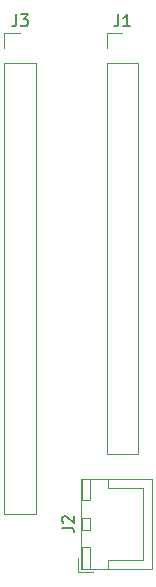
<source format=gto>
G04 #@! TF.GenerationSoftware,KiCad,Pcbnew,(5.1.0)-1*
G04 #@! TF.CreationDate,2019-05-10T19:25:27+02:00*
G04 #@! TF.ProjectId,1602adapter,31363032-6164-4617-9074-65722e6b6963,rev?*
G04 #@! TF.SameCoordinates,Original*
G04 #@! TF.FileFunction,Legend,Top*
G04 #@! TF.FilePolarity,Positive*
%FSLAX46Y46*%
G04 Gerber Fmt 4.6, Leading zero omitted, Abs format (unit mm)*
G04 Created by KiCad (PCBNEW (5.1.0)-1) date 2019-05-10 19:25:27*
%MOMM*%
%LPD*%
G04 APERTURE LIST*
%ADD10C,0.120000*%
%ADD11C,0.150000*%
G04 APERTURE END LIST*
D10*
X129020000Y-72670000D02*
X130350000Y-72670000D01*
X129020000Y-74000000D02*
X129020000Y-72670000D01*
X129020000Y-75270000D02*
X131680000Y-75270000D01*
X131680000Y-75270000D02*
X131680000Y-113430000D01*
X129020000Y-75270000D02*
X129020000Y-113430000D01*
X129020000Y-113430000D02*
X131680000Y-113430000D01*
X135250000Y-118350000D02*
X136500000Y-118350000D01*
X135250000Y-117100000D02*
X135250000Y-118350000D01*
X140750000Y-111200000D02*
X140750000Y-114250000D01*
X137800000Y-111200000D02*
X140750000Y-111200000D01*
X137800000Y-110450000D02*
X137800000Y-111200000D01*
X140750000Y-117300000D02*
X140750000Y-114250000D01*
X137800000Y-117300000D02*
X140750000Y-117300000D01*
X137800000Y-118050000D02*
X137800000Y-117300000D01*
X135550000Y-110450000D02*
X135550000Y-112250000D01*
X136300000Y-110450000D02*
X135550000Y-110450000D01*
X136300000Y-112250000D02*
X136300000Y-110450000D01*
X135550000Y-112250000D02*
X136300000Y-112250000D01*
X135550000Y-116250000D02*
X135550000Y-118050000D01*
X136300000Y-116250000D02*
X135550000Y-116250000D01*
X136300000Y-118050000D02*
X136300000Y-116250000D01*
X135550000Y-118050000D02*
X136300000Y-118050000D01*
X135550000Y-113750000D02*
X135550000Y-114750000D01*
X136300000Y-113750000D02*
X135550000Y-113750000D01*
X136300000Y-114750000D02*
X136300000Y-113750000D01*
X135550000Y-114750000D02*
X136300000Y-114750000D01*
X135540000Y-110440000D02*
X135540000Y-118060000D01*
X141510000Y-110440000D02*
X135540000Y-110440000D01*
X141510000Y-118060000D02*
X141510000Y-110440000D01*
X135540000Y-118060000D02*
X141510000Y-118060000D01*
X137670000Y-72670000D02*
X139000000Y-72670000D01*
X137670000Y-74000000D02*
X137670000Y-72670000D01*
X137670000Y-75270000D02*
X140330000Y-75270000D01*
X140330000Y-75270000D02*
X140330000Y-108350000D01*
X137670000Y-75270000D02*
X137670000Y-108350000D01*
X137670000Y-108350000D02*
X140330000Y-108350000D01*
D11*
X130016666Y-71122380D02*
X130016666Y-71836666D01*
X129969047Y-71979523D01*
X129873809Y-72074761D01*
X129730952Y-72122380D01*
X129635714Y-72122380D01*
X130397619Y-71122380D02*
X131016666Y-71122380D01*
X130683333Y-71503333D01*
X130826190Y-71503333D01*
X130921428Y-71550952D01*
X130969047Y-71598571D01*
X131016666Y-71693809D01*
X131016666Y-71931904D01*
X130969047Y-72027142D01*
X130921428Y-72074761D01*
X130826190Y-72122380D01*
X130540476Y-72122380D01*
X130445238Y-72074761D01*
X130397619Y-72027142D01*
X133902380Y-114583333D02*
X134616666Y-114583333D01*
X134759523Y-114630952D01*
X134854761Y-114726190D01*
X134902380Y-114869047D01*
X134902380Y-114964285D01*
X133997619Y-114154761D02*
X133950000Y-114107142D01*
X133902380Y-114011904D01*
X133902380Y-113773809D01*
X133950000Y-113678571D01*
X133997619Y-113630952D01*
X134092857Y-113583333D01*
X134188095Y-113583333D01*
X134330952Y-113630952D01*
X134902380Y-114202380D01*
X134902380Y-113583333D01*
X138666666Y-71122380D02*
X138666666Y-71836666D01*
X138619047Y-71979523D01*
X138523809Y-72074761D01*
X138380952Y-72122380D01*
X138285714Y-72122380D01*
X139666666Y-72122380D02*
X139095238Y-72122380D01*
X139380952Y-72122380D02*
X139380952Y-71122380D01*
X139285714Y-71265238D01*
X139190476Y-71360476D01*
X139095238Y-71408095D01*
M02*

</source>
